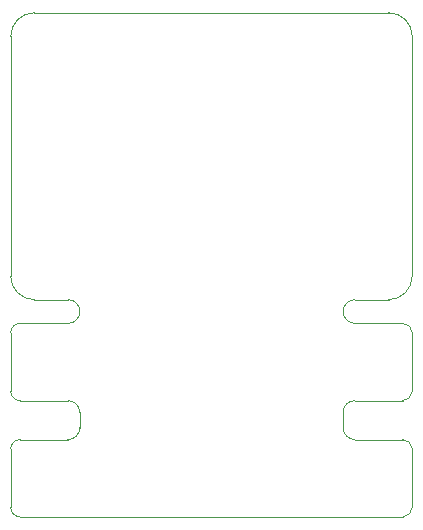
<source format=gbp>
G04*
G04 #@! TF.GenerationSoftware,Altium Limited,Altium Designer,21.6.1 (37)*
G04*
G04 Layer_Color=128*
%FSAX25Y25*%
%MOIN*%
G70*
G04*
G04 #@! TF.SameCoordinates,2A6196F6-AC41-4C62-9EE7-3AB2130DBF51*
G04*
G04*
G04 #@! TF.FilePolarity,Positive*
G04*
G01*
G75*
%ADD12C,0.00394*%
D12*
X-0066927Y0003150D02*
G03*
X-0063774Y0000000I0003145J-0000004D01*
G01*
Y0025748D02*
G03*
X-0066927Y0022598I-0000008J-0003145D01*
G01*
X-0047829Y0025748D02*
G03*
X-0043892Y0029689I-0000001J0003938D01*
G01*
Y0034803D02*
G03*
X-0047829Y0038740I-0003938J-0000001D01*
G01*
X-0066927Y0041890D02*
G03*
X-0063774Y0038740I0003145J-0000004D01*
G01*
Y0064488D02*
G03*
X-0066927Y0061339I-0000008J-0003145D01*
G01*
X-0047829Y0064488D02*
G03*
X-0047829Y0072366I-0000006J0003939D01*
G01*
X-0066919Y0080240D02*
G03*
X-0059045Y0072366I0007870J-0000004D01*
G01*
X-0059049Y0168038D02*
G03*
X-0066923Y0160164I0000003J-0007877D01*
G01*
X0059053Y0072366D02*
G03*
X0066927Y0080240I-0000010J0007884D01*
G01*
X0047837Y0072366D02*
G03*
X0047829Y0064488I-0000006J-0003939D01*
G01*
X0066927Y0061339D02*
G03*
X0063774Y0064488I-0003152J-0000002D01*
G01*
Y0038740D02*
G03*
X0066927Y0041890I0000001J0003152D01*
G01*
X0047829Y0038740D02*
G03*
X0043892Y0034803I0000001J-0003938D01*
G01*
Y0029689D02*
G03*
X0047829Y0025748I0003938J-0000002D01*
G01*
X0066927Y0022598D02*
G03*
X0063774Y0025748I-0003152J-0000002D01*
G01*
Y0000000D02*
G03*
X0066927Y0003150I0000001J0003152D01*
G01*
Y0160164D02*
G03*
X0059053Y0168038I-0007877J-0000003D01*
G01*
X-0063774Y0000000D02*
X0063774D01*
X-0066927Y0003150D02*
Y0022598D01*
X-0063774Y0025748D02*
X-0047829D01*
X-0043892Y0029689D02*
Y0034803D01*
X-0063774Y0038740D02*
X-0047829D01*
X-0066927Y0041890D02*
Y0061339D01*
X-0063774Y0064488D02*
X-0047829D01*
X-0059045Y0072366D02*
X-0047829D01*
X-0066920Y0086817D02*
X-0066919Y0080240D01*
X-0066920Y0086817D02*
X-0066920D01*
X-0066923Y0160161D02*
X-0066920Y0086817D01*
X-0059049Y0168035D02*
X0059053D01*
X0047837Y0072366D02*
X0059053D01*
X0047829Y0064488D02*
X0063774D01*
X0066927Y0041890D02*
Y0061339D01*
X0047829Y0038740D02*
X0063774D01*
X0043892Y0029689D02*
Y0034803D01*
X0047829Y0025748D02*
X0063774D01*
X0066927Y0003150D02*
Y0022598D01*
Y0080240D02*
Y0160161D01*
M02*

</source>
